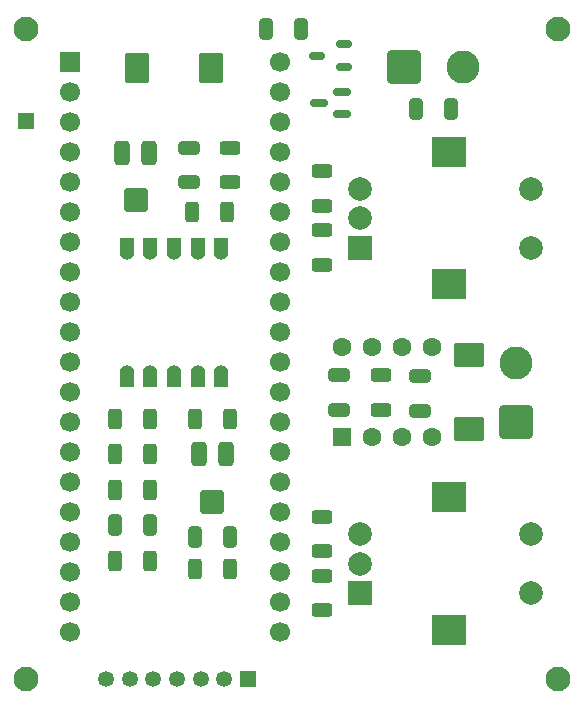
<source format=gbr>
%TF.GenerationSoftware,KiCad,Pcbnew,9.0.2*%
%TF.CreationDate,2025-06-25T13:02:05-07:00*%
%TF.ProjectId,Main,4d61696e-2e6b-4696-9361-645f70636258,rev?*%
%TF.SameCoordinates,Original*%
%TF.FileFunction,Soldermask,Bot*%
%TF.FilePolarity,Negative*%
%FSLAX46Y46*%
G04 Gerber Fmt 4.6, Leading zero omitted, Abs format (unit mm)*
G04 Created by KiCad (PCBNEW 9.0.2) date 2025-06-25 13:02:05*
%MOMM*%
%LPD*%
G01*
G04 APERTURE LIST*
G04 Aperture macros list*
%AMRoundRect*
0 Rectangle with rounded corners*
0 $1 Rounding radius*
0 $2 $3 $4 $5 $6 $7 $8 $9 X,Y pos of 4 corners*
0 Add a 4 corners polygon primitive as box body*
4,1,4,$2,$3,$4,$5,$6,$7,$8,$9,$2,$3,0*
0 Add four circle primitives for the rounded corners*
1,1,$1+$1,$2,$3*
1,1,$1+$1,$4,$5*
1,1,$1+$1,$6,$7*
1,1,$1+$1,$8,$9*
0 Add four rect primitives between the rounded corners*
20,1,$1+$1,$2,$3,$4,$5,0*
20,1,$1+$1,$4,$5,$6,$7,0*
20,1,$1+$1,$6,$7,$8,$9,0*
20,1,$1+$1,$8,$9,$2,$3,0*%
%AMFreePoly0*
4,1,18,-0.900000,0.625000,0.275000,0.625000,0.372772,0.617305,0.523217,0.573597,0.658067,0.493847,0.768847,0.383067,0.848597,0.248217,0.892305,0.097772,0.900000,0.000000,0.892305,-0.097772,0.848597,-0.248217,0.768847,-0.383067,0.658067,-0.493847,0.523217,-0.573597,0.372772,-0.617305,0.275000,-0.625000,-0.900000,-0.625000,-0.900000,0.625000,-0.900000,0.625000,$1*%
G04 Aperture macros list end*
%ADD10C,1.700000*%
%ADD11R,1.700000X1.700000*%
%ADD12RoundRect,0.250000X-0.312500X-0.625000X0.312500X-0.625000X0.312500X0.625000X-0.312500X0.625000X0*%
%ADD13FreePoly0,90.000000*%
%ADD14FreePoly0,270.000000*%
%ADD15C,2.800000*%
%ADD16RoundRect,0.250001X-1.149999X-1.149999X1.149999X-1.149999X1.149999X1.149999X-1.149999X1.149999X0*%
%ADD17C,2.100000*%
%ADD18RoundRect,0.250000X0.550000X-0.550000X0.550000X0.550000X-0.550000X0.550000X-0.550000X-0.550000X0*%
%ADD19C,1.600000*%
%ADD20R,1.350000X1.350000*%
%ADD21C,1.350000*%
%ADD22RoundRect,0.250001X1.149999X-1.149999X1.149999X1.149999X-1.149999X1.149999X-1.149999X-1.149999X0*%
%ADD23RoundRect,0.250000X-0.625000X0.312500X-0.625000X-0.312500X0.625000X-0.312500X0.625000X0.312500X0*%
%ADD24RoundRect,0.250000X0.312500X0.625000X-0.312500X0.625000X-0.312500X-0.625000X0.312500X-0.625000X0*%
%ADD25R,2.000000X2.000000*%
%ADD26C,2.000000*%
%ADD27R,3.000000X2.500000*%
%ADD28RoundRect,0.250000X0.325000X0.650000X-0.325000X0.650000X-0.325000X-0.650000X0.325000X-0.650000X0*%
%ADD29RoundRect,0.150000X0.587500X0.150000X-0.587500X0.150000X-0.587500X-0.150000X0.587500X-0.150000X0*%
%ADD30RoundRect,0.250000X0.625000X-0.312500X0.625000X0.312500X-0.625000X0.312500X-0.625000X-0.312500X0*%
%ADD31RoundRect,0.250000X-1.045000X0.785000X-1.045000X-0.785000X1.045000X-0.785000X1.045000X0.785000X0*%
%ADD32RoundRect,0.250000X0.400000X0.750000X-0.400000X0.750000X-0.400000X-0.750000X0.400000X-0.750000X0*%
%ADD33RoundRect,0.250000X0.750000X0.750000X-0.750000X0.750000X-0.750000X-0.750000X0.750000X-0.750000X0*%
%ADD34RoundRect,0.250000X-0.650000X0.325000X-0.650000X-0.325000X0.650000X-0.325000X0.650000X0.325000X0*%
%ADD35RoundRect,0.150000X0.512500X0.150000X-0.512500X0.150000X-0.512500X-0.150000X0.512500X-0.150000X0*%
%ADD36RoundRect,0.250000X0.785000X1.045000X-0.785000X1.045000X-0.785000X-1.045000X0.785000X-1.045000X0*%
%ADD37RoundRect,0.250000X-0.325000X-0.650000X0.325000X-0.650000X0.325000X0.650000X-0.325000X0.650000X0*%
G04 APERTURE END LIST*
D10*
%TO.C,U3*%
X141520000Y-72300000D03*
X141520000Y-74840000D03*
X141520000Y-77380000D03*
X141520000Y-79920000D03*
X141520000Y-82460000D03*
X141520000Y-85000000D03*
X141520000Y-87540000D03*
X141520000Y-90080000D03*
X141520000Y-92620000D03*
X141520000Y-95160000D03*
X141520000Y-97700000D03*
X141520000Y-100240000D03*
X141520000Y-102780000D03*
X141520000Y-105320000D03*
X141520000Y-107860000D03*
X141520000Y-110400000D03*
X141520000Y-112940000D03*
X141520000Y-115480000D03*
X141520000Y-118020000D03*
X141520000Y-120560000D03*
X123740000Y-120560000D03*
X123740000Y-118020000D03*
X123740000Y-115480000D03*
X123740000Y-112940000D03*
X123740000Y-110400000D03*
X123740000Y-107860000D03*
X123740000Y-105320000D03*
X123740000Y-102780000D03*
X123740000Y-100240000D03*
X123740000Y-97700000D03*
X123740000Y-95160000D03*
X123740000Y-92620000D03*
X123740000Y-90080000D03*
X123740000Y-87540000D03*
X123740000Y-85000000D03*
X123740000Y-82460000D03*
X123740000Y-79920000D03*
X123740000Y-77380000D03*
X123740000Y-74840000D03*
D11*
X123740000Y-72300000D03*
%TD*%
D12*
%TO.C,R4*%
X130462500Y-102500000D03*
X127537500Y-102500000D03*
%TD*%
D13*
%TO.C,U5*%
X136500000Y-98900000D03*
X134500000Y-98900000D03*
X132500000Y-98900000D03*
X130500000Y-98900000D03*
X128500000Y-98900000D03*
D14*
X128500000Y-88100000D03*
X130500000Y-88100000D03*
X132500000Y-88100000D03*
X134500000Y-88100000D03*
X136500000Y-88100000D03*
%TD*%
D15*
%TO.C,BT1*%
X157000000Y-72717500D03*
D16*
X152000000Y-72717500D03*
%TD*%
D17*
%TO.C,REF\u002A\u002A*%
X120000000Y-124500000D03*
%TD*%
D18*
%TO.C,U1*%
X146690000Y-104060000D03*
D19*
X149230000Y-104060000D03*
X151770000Y-104060000D03*
X154310000Y-104060000D03*
X154310000Y-96440000D03*
X151770000Y-96440000D03*
X149230000Y-96440000D03*
X146690000Y-96440000D03*
%TD*%
D17*
%TO.C,REF\u002A\u002A*%
X120000000Y-69500000D03*
%TD*%
D20*
%TO.C,DISP1*%
X138750000Y-124500000D03*
D21*
X136750000Y-124500000D03*
X134750000Y-124500000D03*
X132750000Y-124500000D03*
X130750000Y-124500000D03*
X128750000Y-124500000D03*
X126750000Y-124500000D03*
%TD*%
D17*
%TO.C,REF\u002A\u002A*%
X165000000Y-69500000D03*
%TD*%
D20*
%TO.C,AE1*%
X120000000Y-77250000D03*
%TD*%
D22*
%TO.C,LS1*%
X161467500Y-102750000D03*
D15*
X161467500Y-97750000D03*
%TD*%
D23*
%TO.C,R11*%
X145000000Y-81537500D03*
X145000000Y-84462500D03*
%TD*%
D24*
%TO.C,R3*%
X130462500Y-105500000D03*
X127537500Y-105500000D03*
%TD*%
D25*
%TO.C,SW2*%
X148250000Y-117250000D03*
D26*
X148250000Y-112250000D03*
X148250000Y-114750000D03*
D27*
X155750000Y-109150000D03*
X155750000Y-120350000D03*
D26*
X162750000Y-117250000D03*
X162750000Y-112250000D03*
%TD*%
D28*
%TO.C,C10*%
X143225000Y-69500000D03*
X140275000Y-69500000D03*
%TD*%
D29*
%TO.C,Q1*%
X146687500Y-74800000D03*
X146687500Y-76700000D03*
X144812500Y-75750000D03*
%TD*%
D30*
%TO.C,R12*%
X145000000Y-89462500D03*
X145000000Y-86537500D03*
%TD*%
D12*
%TO.C,R15*%
X134287500Y-115250000D03*
X137212500Y-115250000D03*
%TD*%
D23*
%TO.C,R7*%
X145000000Y-110787500D03*
X145000000Y-113712500D03*
%TD*%
D31*
%TO.C,C1*%
X157500000Y-97130000D03*
X157500000Y-103370000D03*
%TD*%
D32*
%TO.C,RV2*%
X134600000Y-105500000D03*
D33*
X135750000Y-109500000D03*
D32*
X136900000Y-105500000D03*
%TD*%
D25*
%TO.C,SW1*%
X148250000Y-88000000D03*
D26*
X148250000Y-83000000D03*
X148250000Y-85500000D03*
D27*
X155750000Y-79900000D03*
X155750000Y-91100000D03*
D26*
X162750000Y-88000000D03*
X162750000Y-83000000D03*
%TD*%
D12*
%TO.C,R16*%
X134287500Y-102500000D03*
X137212500Y-102500000D03*
%TD*%
D30*
%TO.C,R17*%
X137250000Y-82462500D03*
X137250000Y-79537500D03*
%TD*%
D34*
%TO.C,C3*%
X146500000Y-98775000D03*
X146500000Y-101725000D03*
%TD*%
D35*
%TO.C,U4*%
X146887500Y-70800000D03*
X146887500Y-72700000D03*
X144612500Y-71750000D03*
%TD*%
D36*
%TO.C,C13*%
X135620000Y-72750000D03*
X129380000Y-72750000D03*
%TD*%
D34*
%TO.C,C4*%
X133750000Y-79525000D03*
X133750000Y-82475000D03*
%TD*%
D28*
%TO.C,C9*%
X155975000Y-76250000D03*
X153025000Y-76250000D03*
%TD*%
D24*
%TO.C,R2*%
X136962500Y-85000000D03*
X134037500Y-85000000D03*
%TD*%
%TO.C,R13*%
X130462500Y-108500000D03*
X127537500Y-108500000D03*
%TD*%
D23*
%TO.C,R1*%
X150000000Y-98787500D03*
X150000000Y-101712500D03*
%TD*%
D30*
%TO.C,R8*%
X145000000Y-118712500D03*
X145000000Y-115787500D03*
%TD*%
D37*
%TO.C,C11*%
X127525000Y-111500000D03*
X130475000Y-111500000D03*
%TD*%
D12*
%TO.C,R14*%
X127537500Y-114500000D03*
X130462500Y-114500000D03*
%TD*%
D34*
%TO.C,C2*%
X153350000Y-98875000D03*
X153350000Y-101825000D03*
%TD*%
D28*
%TO.C,C12*%
X137225000Y-112500000D03*
X134275000Y-112500000D03*
%TD*%
D32*
%TO.C,RV1*%
X128100000Y-80000000D03*
D33*
X129250000Y-84000000D03*
D32*
X130400000Y-80000000D03*
%TD*%
D17*
%TO.C,REF\u002A\u002A*%
X165000000Y-124500000D03*
%TD*%
M02*

</source>
